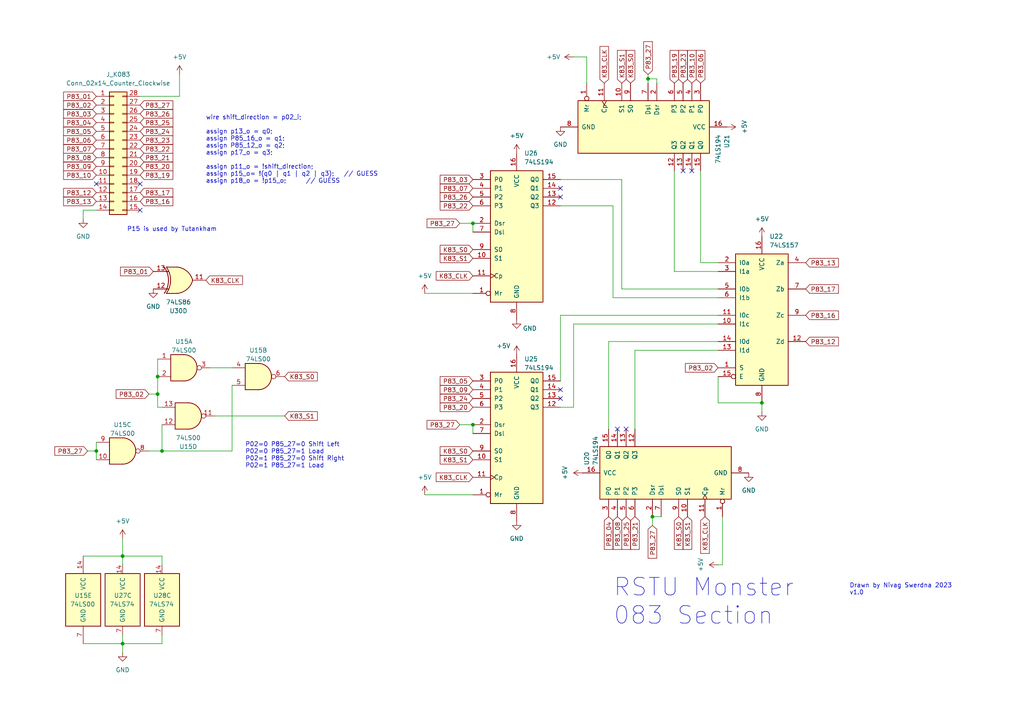
<source format=kicad_sch>
(kicad_sch (version 20230121) (generator eeschema)
  (paper "A4")
  (lib_symbols
    (symbol "74xx:74LS00" (pin_names (offset 1.016))
      (property "Reference" "U" (at 0 1.27 0))
      (property "Value" "74LS00" (at 0 -1.27 0))
      (symbol "74LS00_1_1"
        (arc (start 0 -3.81) (mid 3.7934 0) (end 0 3.81) (stroke (width 0.254)) (fill (type background)))
        (polyline (pts (xy 0 3.81) (xy -3.81 3.81) (xy -3.81 -3.81) (xy 0 -3.81)) (stroke (width 0.254)) (fill (type background)))
        (pin input line (at -7.62 2.54 0) (length 3.81) (name "~") (number "1"))
        (pin input line (at -7.62 -2.54 0) (length 3.81) (name "~") (number "2"))
        (pin output inverted (at 7.62 0 180) (length 3.81) (name "~") (number "3"))
      )
      (symbol "74LS00_1_2"
        (arc (start -3.81 -3.81) (mid -2.589 0) (end -3.81 3.81) (stroke (width 0.254)))
        (arc (start -0.6096 -3.81) (mid 2.1842 -2.5851) (end 3.81 0) (stroke (width 0.254)) (fill (type background)))
        (polyline (pts (xy -3.81 -3.81) (xy -0.635 -3.81)) (stroke (width 0.254)) (fill (type background)))
        (polyline (pts (xy -3.81 3.81) (xy -0.635 3.81)) (stroke (width 0.254)) (fill (type background)))
        (polyline (pts (xy -0.635 3.81) (xy -3.81 3.81) (xy -3.81 3.81) (xy -3.556 3.4036) (xy -3.0226 2.2606) (xy -2.6924 1.0414) (xy -2.6162 -0.254) (xy -2.7686 -1.4986) (xy -3.175 -2.7178) (xy -3.81 -3.81) (xy -3.81 -3.81) (xy -0.635 -3.81)) (stroke (width -25.4)) (fill (type background)))
        (arc (start 3.81 0) (mid 2.1915 2.5936) (end -0.6096 3.81) (stroke (width 0.254)) (fill (type background)))
        (pin input inverted (at -7.62 2.54 0) (length 4.318) (name "~") (number "1"))
        (pin input inverted (at -7.62 -2.54 0) (length 4.318) (name "~") (number "2"))
        (pin output line (at 7.62 0 180) (length 3.81) (name "~") (number "3"))
      )
      (symbol "74LS00_2_1"
        (arc (start 0 -3.81) (mid 3.7934 0) (end 0 3.81) (stroke (width 0.254)) (fill (type background)))
        (polyline (pts (xy 0 3.81) (xy -3.81 3.81) (xy -3.81 -3.81) (xy 0 -3.81)) (stroke (width 0.254)) (fill (type background)))
        (pin input line (at -7.62 2.54 0) (length 3.81) (name "~") (number "4"))
        (pin input line (at -7.62 -2.54 0) (length 3.81) (name "~") (number "5"))
        (pin output inverted (at 7.62 0 180) (length 3.81) (name "~") (number "6"))
      )
      (symbol "74LS00_2_2"
        (arc (start -3.81 -3.81) (mid -2.589 0) (end -3.81 3.81) (stroke (width 0.254)))
        (arc (start -0.6096 -3.81) (mid 2.1842 -2.5851) (end 3.81 0) (stroke (width 0.254)) (fill (type background)))
        (polyline (pts (xy -3.81 -3.81) (xy -0.635 -3.81)) (stroke (width 0.254)) (fill (type background)))
        (polyline (pts (xy -3.81 3.81) (xy -0.635 3.81)) (stroke (width 0.254)) (fill (type background)))
        (polyline (pts (xy -0.635 3.81) (xy -3.81 3.81) (xy -3.81 3.81) (xy -3.556 3.4036) (xy -3.0226 2.2606) (xy -2.6924 1.0414) (xy -2.6162 -0.254) (xy -2.7686 -1.4986) (xy -3.175 -2.7178) (xy -3.81 -3.81) (xy -3.81 -3.81) (xy -0.635 -3.81)) (stroke (width -25.4)) (fill (type background)))
        (arc (start 3.81 0) (mid 2.1915 2.5936) (end -0.6096 3.81) (stroke (width 0.254)) (fill (type background)))
        (pin input inverted (at -7.62 2.54 0) (length 4.318) (name "~") (number "4"))
        (pin input inverted (at -7.62 -2.54 0) (length 4.318) (name "~") (number "5"))
        (pin output line (at 7.62 0 180) (length 3.81) (name "~") (number "6"))
      )
      (symbol "74LS00_3_1"
        (arc (start 0 -3.81) (mid 3.7934 0) (end 0 3.81) (stroke (width 0.254)) (fill (type background)))
        (polyline (pts (xy 0 3.81) (xy -3.81 3.81) (xy -3.81 -3.81) (xy 0 -3.81)) (stroke (width 0.254)) (fill (type background)))
        (pin input line (at -7.62 -2.54 0) (length 3.81) (name "~") (number "10"))
        (pin output inverted (at 7.62 0 180) (length 3.81) (name "~") (number "8"))
        (pin input line (at -7.62 2.54 0) (length 3.81) (name "~") (number "9"))
      )
      (symbol "74LS00_3_2"
        (arc (start -3.81 -3.81) (mid -2.589 0) (end -3.81 3.81) (stroke (width 0.254)))
        (arc (start -0.6096 -3.81) (mid 2.1842 -2.5851) (end 3.81 0) (stroke (width 0.254)) (fill (type background)))
        (polyline (pts (xy -3.81 -3.81) (xy -0.635 -3.81)) (stroke (width 0.254)) (fill (type background)))
        (polyline (pts (xy -3.81 3.81) (xy -0.635 3.81)) (stroke (width 0.254)) (fill (type background)))
        (polyline (pts (xy -0.635 3.81) (xy -3.81 3.81) (xy -3.81 3.81) (xy -3.556 3.4036) (xy -3.0226 2.2606) (xy -2.6924 1.0414) (xy -2.6162 -0.254) (xy -2.7686 -1.4986) (xy -3.175 -2.7178) (xy -3.81 -3.81) (xy -3.81 -3.81) (xy -0.635 -3.81)) (stroke (width -25.4)) (fill (type background)))
        (arc (start 3.81 0) (mid 2.1915 2.5936) (end -0.6096 3.81) (stroke (width 0.254)) (fill (type background)))
        (pin input inverted (at -7.62 -2.54 0) (length 4.318) (name "~") (number "10"))
        (pin output line (at 7.62 0 180) (length 3.81) (name "~") (number "8"))
        (pin input inverted (at -7.62 2.54 0) (length 4.318) (name "~") (number "9"))
      )
      (symbol "74LS00_4_1"
        (arc (start 0 -3.81) (mid 3.7934 0) (end 0 3.81) (stroke (width 0.254)) (fill (type background)))
        (polyline (pts (xy 0 3.81) (xy -3.81 3.81) (xy -3.81 -3.81) (xy 0 -3.81)) (stroke (width 0.254)) (fill (type background)))
        (pin output inverted (at 7.62 0 180) (length 3.81) (name "~") (number "11"))
        (pin input line (at -7.62 2.54 0) (length 3.81) (name "~") (number "12"))
        (pin input line (at -7.62 -2.54 0) (length 3.81) (name "~") (number "13"))
      )
      (symbol "74LS00_4_2"
        (arc (start -3.81 -3.81) (mid -2.589 0) (end -3.81 3.81) (stroke (width 0.254)))
        (arc (start -0.6096 -3.81) (mid 2.1842 -2.5851) (end 3.81 0) (stroke (width 0.254)) (fill (type background)))
        (polyline (pts (xy -3.81 -3.81) (xy -0.635 -3.81)) (stroke (width 0.254)) (fill (type background)))
        (polyline (pts (xy -3.81 3.81) (xy -0.635 3.81)) (stroke (width 0.254)) (fill (type background)))
        (polyline (pts (xy -0.635 3.81) (xy -3.81 3.81) (xy -3.81 3.81) (xy -3.556 3.4036) (xy -3.0226 2.2606) (xy -2.6924 1.0414) (xy -2.6162 -0.254) (xy -2.7686 -1.4986) (xy -3.175 -2.7178) (xy -3.81 -3.81) (xy -3.81 -3.81) (xy -0.635 -3.81)) (stroke (width -25.4)) (fill (type background)))
        (arc (start 3.81 0) (mid 2.1915 2.5936) (end -0.6096 3.81) (stroke (width 0.254)) (fill (type background)))
        (pin output line (at 7.62 0 180) (length 3.81) (name "~") (number "11"))
        (pin input inverted (at -7.62 2.54 0) (length 4.318) (name "~") (number "12"))
        (pin input inverted (at -7.62 -2.54 0) (length 4.318) (name "~") (number "13"))
      )
      (symbol "74LS00_5_0"
        (pin power_in line (at 0 12.7 270) (length 5.08) (name "VCC") (number "14"))
        (pin power_in line (at 0 -12.7 90) (length 5.08) (name "GND") (number "7"))
      )
      (symbol "74LS00_5_1"
        (rectangle (start -5.08 7.62) (end 5.08 -7.62) (stroke (width 0.254)) (fill (type background)))
      )
    )
    (symbol "74xx:74LS157" (pin_names (offset 1.016))
      (property "Reference" "U" (at -7.62 19.05 0))
      (property "Value" "74LS157" (at -7.62 -21.59 0))
      (symbol "74LS157_1_0"
        (pin input line (at -12.7 -15.24 0) (length 5.08) (name "S") (number "1"))
        (pin input line (at -12.7 -2.54 0) (length 5.08) (name "I1c") (number "10"))
        (pin input line (at -12.7 0 0) (length 5.08) (name "I0c") (number "11"))
        (pin output line (at 12.7 -7.62 180) (length 5.08) (name "Zd") (number "12"))
        (pin input line (at -12.7 -10.16 0) (length 5.08) (name "I1d") (number "13"))
        (pin input line (at -12.7 -7.62 0) (length 5.08) (name "I0d") (number "14"))
        (pin input inverted (at -12.7 -17.78 0) (length 5.08) (name "E") (number "15"))
        (pin power_in line (at 0 22.86 270) (length 5.08) (name "VCC") (number "16"))
        (pin input line (at -12.7 15.24 0) (length 5.08) (name "I0a") (number "2"))
        (pin input line (at -12.7 12.7 0) (length 5.08) (name "I1a") (number "3"))
        (pin output line (at 12.7 15.24 180) (length 5.08) (name "Za") (number "4"))
        (pin input line (at -12.7 7.62 0) (length 5.08) (name "I0b") (number "5"))
        (pin input line (at -12.7 5.08 0) (length 5.08) (name "I1b") (number "6"))
        (pin output line (at 12.7 7.62 180) (length 5.08) (name "Zb") (number "7"))
        (pin power_in line (at 0 -25.4 90) (length 5.08) (name "GND") (number "8"))
        (pin output line (at 12.7 0 180) (length 5.08) (name "Zc") (number "9"))
      )
      (symbol "74LS157_1_1"
        (rectangle (start -7.62 17.78) (end 7.62 -20.32) (stroke (width 0.254)) (fill (type background)))
      )
    )
    (symbol "74xx:74LS194" (pin_names (offset 1.016))
      (property "Reference" "U" (at -7.62 19.05 0))
      (property "Value" "74LS194" (at -7.62 -21.59 0))
      (symbol "74LS194_1_0"
        (pin input inverted (at -12.7 -17.78 0) (length 5.08) (name "Mr") (number "1"))
        (pin input line (at -12.7 -7.62 0) (length 5.08) (name "S1") (number "10"))
        (pin input clock (at -12.7 -12.7 0) (length 5.08) (name "Cp") (number "11"))
        (pin output line (at 12.7 7.62 180) (length 5.08) (name "Q3") (number "12"))
        (pin output line (at 12.7 10.16 180) (length 5.08) (name "Q2") (number "13"))
        (pin output line (at 12.7 12.7 180) (length 5.08) (name "Q1") (number "14"))
        (pin output line (at 12.7 15.24 180) (length 5.08) (name "Q0") (number "15"))
        (pin power_in line (at 0 22.86 270) (length 5.08) (name "VCC") (number "16"))
        (pin input line (at -12.7 2.54 0) (length 5.08) (name "Dsr") (number "2"))
        (pin input line (at -12.7 15.24 0) (length 5.08) (name "P0") (number "3"))
        (pin input line (at -12.7 12.7 0) (length 5.08) (name "P1") (number "4"))
        (pin input line (at -12.7 10.16 0) (length 5.08) (name "P2") (number "5"))
        (pin input line (at -12.7 7.62 0) (length 5.08) (name "P3") (number "6"))
        (pin input line (at -12.7 0 0) (length 5.08) (name "Dsl") (number "7"))
        (pin power_in line (at 0 -25.4 90) (length 5.08) (name "GND") (number "8"))
        (pin input line (at -12.7 -5.08 0) (length 5.08) (name "S0") (number "9"))
      )
      (symbol "74LS194_1_1"
        (rectangle (start -7.62 17.78) (end 7.62 -20.32) (stroke (width 0.254)) (fill (type background)))
      )
    )
    (symbol "74xx:74LS74" (pin_names (offset 1.016))
      (property "Reference" "U" (at -7.62 8.89 0))
      (property "Value" "74LS74" (at -7.62 -8.89 0))
      (symbol "74LS74_1_0"
        (pin input line (at 0 -7.62 90) (length 2.54) (name "~{R}") (number "1"))
        (pin input line (at -7.62 2.54 0) (length 2.54) (name "D") (number "2"))
        (pin input clock (at -7.62 0 0) (length 2.54) (name "C") (number "3"))
        (pin input line (at 0 7.62 270) (length 2.54) (name "~{S}") (number "4"))
        (pin output line (at 7.62 2.54 180) (length 2.54) (name "Q") (number "5"))
        (pin output line (at 7.62 -2.54 180) (length 2.54) (name "~{Q}") (number "6"))
      )
      (symbol "74LS74_1_1"
        (rectangle (start -5.08 5.08) (end 5.08 -5.08) (stroke (width 0.254)) (fill (type background)))
      )
      (symbol "74LS74_2_0"
        (pin input line (at 0 7.62 270) (length 2.54) (name "~{S}") (number "10"))
        (pin input clock (at -7.62 0 0) (length 2.54) (name "C") (number "11"))
        (pin input line (at -7.62 2.54 0) (length 2.54) (name "D") (number "12"))
        (pin input line (at 0 -7.62 90) (length 2.54) (name "~{R}") (number "13"))
        (pin output line (at 7.62 -2.54 180) (length 2.54) (name "~{Q}") (number "8"))
        (pin output line (at 7.62 2.54 180) (length 2.54) (name "Q") (number "9"))
      )
      (symbol "74LS74_2_1"
        (rectangle (start -5.08 5.08) (end 5.08 -5.08) (stroke (width 0.254)) (fill (type background)))
      )
      (symbol "74LS74_3_0"
        (pin power_in line (at 0 10.16 270) (length 2.54) (name "VCC") (number "14"))
        (pin power_in line (at 0 -10.16 90) (length 2.54) (name "GND") (number "7"))
      )
      (symbol "74LS74_3_1"
        (rectangle (start -5.08 7.62) (end 5.08 -7.62) (stroke (width 0.254)) (fill (type background)))
      )
    )
    (symbol "74xx:74LS86" (pin_names (offset 1.016))
      (property "Reference" "U" (at 0 1.27 0))
      (property "Value" "74LS86" (at 0 -1.27 0))
      (symbol "74LS86_1_0"
        (arc (start -4.4196 -3.81) (mid -3.2033 0) (end -4.4196 3.81) (stroke (width 0.254)))
        (arc (start -3.81 -3.81) (mid -2.589 0) (end -3.81 3.81) (stroke (width 0.254)))
        (arc (start -0.6096 -3.81) (mid 2.1842 -2.5851) (end 3.81 0) (stroke (width 0.254)) (fill (type background)))
        (polyline (pts (xy -3.81 -3.81) (xy -0.635 -3.81)) (stroke (width 0.254)) (fill (type background)))
        (polyline (pts (xy -3.81 3.81) (xy -0.635 3.81)) (stroke (width 0.254)) (fill (type background)))
        (polyline (pts (xy -0.635 3.81) (xy -3.81 3.81) (xy -3.81 3.81) (xy -3.556 3.4036) (xy -3.0226 2.2606) (xy -2.6924 1.0414) (xy -2.6162 -0.254) (xy -2.7686 -1.4986) (xy -3.175 -2.7178) (xy -3.81 -3.81) (xy -3.81 -3.81) (xy -0.635 -3.81)) (stroke (width -25.4)) (fill (type background)))
        (arc (start 3.81 0) (mid 2.1915 2.5936) (end -0.6096 3.81) (stroke (width 0.254)) (fill (type background)))
        (pin input line (at -7.62 2.54 0) (length 4.445) (name "~") (number "1"))
        (pin input line (at -7.62 -2.54 0) (length 4.445) (name "~") (number "2"))
        (pin output line (at 7.62 0 180) (length 3.81) (name "~") (number "3"))
      )
      (symbol "74LS86_1_1"
        (polyline (pts (xy -3.81 -2.54) (xy -3.175 -2.54)) (stroke (width 0.1524)))
        (polyline (pts (xy -3.81 2.54) (xy -3.175 2.54)) (stroke (width 0.1524)))
      )
      (symbol "74LS86_2_0"
        (arc (start -4.4196 -3.81) (mid -3.2033 0) (end -4.4196 3.81) (stroke (width 0.254)))
        (arc (start -3.81 -3.81) (mid -2.589 0) (end -3.81 3.81) (stroke (width 0.254)))
        (arc (start -0.6096 -3.81) (mid 2.1842 -2.5851) (end 3.81 0) (stroke (width 0.254)) (fill (type background)))
        (polyline (pts (xy -3.81 -3.81) (xy -0.635 -3.81)) (stroke (width 0.254)) (fill (type background)))
        (polyline (pts (xy -3.81 3.81) (xy -0.635 3.81)) (stroke (width 0.254)) (fill (type background)))
        (polyline (pts (xy -0.635 3.81) (xy -3.81 3.81) (xy -3.81 3.81) (xy -3.556 3.4036) (xy -3.0226 2.2606) (xy -2.6924 1.0414) (xy -2.6162 -0.254) (xy -2.7686 -1.4986) (xy -3.175 -2.7178) (xy -3.81 -3.81) (xy -3.81 -3.81) (xy -0.635 -3.81)) (stroke (width -25.4)) (fill (type background)))
        (arc (start 3.81 0) (mid 2.1915 2.5936) (end -0.6096 3.81) (stroke (width 0.254)) (fill (type background)))
        (pin input line (at -7.62 2.54 0) (length 4.445) (name "~") (number "4"))
        (pin input line (at -7.62 -2.54 0) (length 4.445) (name "~") (number "5"))
        (pin output line (at 7.62 0 180) (length 3.81) (name "~") (number "6"))
      )
      (symbol "74LS86_2_1"
        (polyline (pts (xy -3.81 -2.54) (xy -3.175 -2.54)) (stroke (width 0.1524)))
        (polyline (pts (xy -3.81 2.54) (xy -3.175 2.54)) (stroke (width 0.1524)))
      )
      (symbol "74LS86_3_0"
        (arc (start -4.4196 -3.81) (mid -3.2033 0) (end -4.4196 3.81) (stroke (width 0.254)))
        (arc (start -3.81 -3.81) (mid -2.589 0) (end -3.81 3.81) (stroke (width 0.254)))
        (arc (start -0.6096 -3.81) (mid 2.1842 -2.5851) (end 3.81 0) (stroke (width 0.254)) (fill (type background)))
        (polyline (pts (xy -3.81 -3.81) (xy -0.635 -3.81)) (stroke (width 0.254)) (fill (type background)))
        (polyline (pts (xy -3.81 3.81) (xy -0.635 3.81)) (stroke (width 0.254)) (fill (type background)))
        (polyline (pts (xy -0.635 3.81) (xy -3.81 3.81) (xy -3.81 3.81) (xy -3.556 3.4036) (xy -3.0226 2.2606) (xy -2.6924 1.0414) (xy -2.6162 -0.254) (xy -2.7686 -1.4986) (xy -3.175 -2.7178) (xy -3.81 -3.81) (xy -3.81 -3.81) (xy -0.635 -3.81)) (stroke (width -25.4)) (fill (type background)))
        (arc (start 3.81 0) (mid 2.1915 2.5936) (end -0.6096 3.81) (stroke (width 0.254)) (fill (type background)))
        (pin input line (at -7.62 -2.54 0) (length 4.445) (name "~") (number "10"))
        (pin output line (at 7.62 0 180) (length 3.81) (name "~") (number "8"))
        (pin input line (at -7.62 2.54 0) (length 4.445) (name "~") (number "9"))
      )
      (symbol "74LS86_3_1"
        (polyline (pts (xy -3.81 -2.54) (xy -3.175 -2.54)) (stroke (width 0.1524)))
        (polyline (pts (xy -3.81 2.54) (xy -3.175 2.54)) (stroke (width 0.1524)))
      )
      (symbol "74LS86_4_0"
        (arc (start -4.4196 -3.81) (mid -3.2033 0) (end -4.4196 3.81) (stroke (width 0.254)))
        (arc (start -3.81 -3.81) (mid -2.589 0) (end -3.81 3.81) (stroke (width 0.254)))
        (arc (start -0.6096 -3.81) (mid 2.1842 -2.5851) (end 3.81 0) (stroke (width 0.254)) (fill (type background)))
        (polyline (pts (xy -3.81 -3.81) (xy -0.635 -3.81)) (stroke (width 0.254)) (fill (type background)))
        (polyline (pts (xy -3.81 3.81) (xy -0.635 3.81)) (stroke (width 0.254)) (fill (type background)))
        (polyline (pts (xy -0.635 3.81) (xy -3.81 3.81) (xy -3.81 3.81) (xy -3.556 3.4036) (xy -3.0226 2.2606) (xy -2.6924 1.0414) (xy -2.6162 -0.254) (xy -2.7686 -1.4986) (xy -3.175 -2.7178) (xy -3.81 -3.81) (xy -3.81 -3.81) (xy -0.635 -3.81)) (stroke (width -25.4)) (fill (type background)))
        (arc (start 3.81 0) (mid 2.1915 2.5936) (end -0.6096 3.81) (stroke (width 0.254)) (fill (type background)))
        (pin output line (at 7.62 0 180) (length 3.81) (name "~") (number "11"))
        (pin input line (at -7.62 2.54 0) (length 4.445) (name "~") (number "12"))
        (pin input line (at -7.62 -2.54 0) (length 4.445) (name "~") (number "13"))
      )
      (symbol "74LS86_4_1"
        (polyline (pts (xy -3.81 -2.54) (xy -3.175 -2.54)) (stroke (width 0.1524)))
        (polyline (pts (xy -3.81 2.54) (xy -3.175 2.54)) (stroke (width 0.1524)))
      )
      (symbol "74LS86_5_0"
        (pin power_in line (at 0 12.7 270) (length 5.08) (name "VCC") (number "14"))
        (pin power_in line (at 0 -12.7 90) (length 5.08) (name "GND") (number "7"))
      )
      (symbol "74LS86_5_1"
        (rectangle (start -5.08 7.62) (end 5.08 -7.62) (stroke (width 0.254)) (fill (type background)))
      )
    )
    (symbol "Connector_Generic:Conn_02x14_Counter_Clockwise" (pin_names (offset 1.016) hide)
      (property "Reference" "J" (at 1.27 17.78 0))
      (property "Value" "Conn_02x14_Counter_Clockwise" (at 1.27 -20.32 0))
      (symbol "Conn_02x14_Counter_Clockwise_1_1"
        (rectangle (start -1.27 -17.653) (end 0 -17.907) (stroke (width 0.1524)))
        (rectangle (start -1.27 -15.113) (end 0 -15.367) (stroke (width 0.1524)))
        (rectangle (start -1.27 -12.573) (end 0 -12.827) (stroke (width 0.1524)))
        (rectangle (start -1.27 -10.033) (end 0 -10.287) (stroke (width 0.1524)))
        (rectangle (start -1.27 -7.493) (end 0 -7.747) (stroke (width 0.1524)))
        (rectangle (start -1.27 -4.953) (end 0 -5.207) (stroke (width 0.1524)))
        (rectangle (start -1.27 -2.413) (end 0 -2.667) (stroke (width 0.1524)))
        (rectangle (start -1.27 0.127) (end 0 -0.127) (stroke (width 0.1524)))
        (rectangle (start -1.27 2.667) (end 0 2.413) (stroke (width 0.1524)))
        (rectangle (start -1.27 5.207) (end 0 4.953) (stroke (width 0.1524)))
        (rectangle (start -1.27 7.747) (end 0 7.493) (stroke (width 0.1524)))
        (rectangle (start -1.27 10.287) (end 0 10.033) (stroke (width 0.1524)))
        (rectangle (start -1.27 12.827) (end 0 12.573) (stroke (width 0.1524)))
        (rectangle (start -1.27 15.367) (end 0 15.113) (stroke (width 0.1524)))
        (rectangle (start -1.27 16.51) (end 3.81 -19.05) (stroke (width 0.254)) (fill (type background)))
        (rectangle (start 3.81 -17.653) (end 2.54 -17.907) (stroke (width 0.1524)))
        (rectangle (start 3.81 -15.113) (end 2.54 -15.367) (stroke (width 0.1524)))
        (rectangle (start 3.81 -12.573) (end 2.54 -12.827) (stroke (width 0.1524)))
        (rectangle (start 3.81 -10.033) (end 2.54 -10.287) (stroke (width 0.1524)))
        (rectangle (start 3.81 -7.493) (end 2.54 -7.747) (stroke (width 0.1524)))
        (rectangle (start 3.81 -4.953) (end 2.54 -5.207) (stroke (width 0.1524)))
        (rectangle (start 3.81 -2.413) (end 2.54 -2.667) (stroke (width 0.1524)))
        (rectangle (start 3.81 0.127) (end 2.54 -0.127) (stroke (width 0.1524)))
        (rectangle (start 3.81 2.667) (end 2.54 2.413) (stroke (width 0.1524)))
        (rectangle (start 3.81 5.207) (end 2.54 4.953) (stroke (width 0.1524)))
        (rectangle (start 3.81 7.747) (end 2.54 7.493) (stroke (width 0.1524)))
        (rectangle (start 3.81 10.287) (end 2.54 10.033) (stroke (width 0.1524)))
        (rectangle (start 3.81 12.827) (end 2.54 12.573) (stroke (width 0.1524)))
        (rectangle (start 3.81 15.367) (end 2.54 15.113) (stroke (width 0.1524)))
        (pin passive line (at -5.08 15.24 0) (length 3.81) (name "Pin_1") (number "1"))
        (pin passive line (at -5.08 -7.62 0) (length 3.81) (name "Pin_10") (number "10"))
        (pin passive line (at -5.08 -10.16 0) (length 3.81) (name "Pin_11") (number "11"))
        (pin passive line (at -5.08 -12.7 0) (length 3.81) (name "Pin_12") (number "12"))
        (pin passive line (at -5.08 -15.24 0) (length 3.81) (name "Pin_13") (number "13"))
        (pin passive line (at -5.08 -17.78 0) (length 3.81) (name "Pin_14") (number "14"))
        (pin passive line (at 7.62 -17.78 180) (length 3.81) (name "Pin_15") (number "15"))
        (pin passive line (at 7.62 -15.24 180) (length 3.81) (name "Pin_16") (number "16"))
        (pin passive line (at 7.62 -12.7 180) (length 3.81) (name "Pin_17") (number "17"))
        (pin passive line (at 7.62 -10.16 180) (length 3.81) (name "Pin_18") (number "18"))
        (pin passive line (at 7.62 -7.62 180) (length 3.81) (name "Pin_19") (number "19"))
        (pin passive line (at -5.08 12.7 0) (length 3.81) (name "Pin_2") (number "2"))
        (pin passive line (at 7.62 -5.08 180) (length 3.81) (name "Pin_20") (number "20"))
        (pin passive line (at 7.62 -2.54 180) (length 3.81) (name "Pin_21") (number "21"))
        (pin passive line (at 7.62 0 180) (length 3.81) (name "Pin_22") (number "22"))
        (pin passive line (at 7.62 2.54 180) (length 3.81) (name "Pin_23") (number "23"))
        (pin passive line (at 7.62 5.08 180) (length 3.81) (name "Pin_24") (number "24"))
        (pin passive line (at 7.62 7.62 180) (length 3.81) (name "Pin_25") (number "25"))
        (pin passive line (at 7.62 10.16 180) (length 3.81) (name "Pin_26") (number "26"))
        (pin passive line (at 7.62 12.7 180) (length 3.81) (name "Pin_27") (number "27"))
        (pin passive line (at 7.62 15.24 180) (length 3.81) (name "Pin_28") (number "28"))
        (pin passive line (at -5.08 10.16 0) (length 3.81) (name "Pin_3") (number "3"))
        (pin passive line (at -5.08 7.62 0) (length 3.81) (name "Pin_4") (number "4"))
        (pin passive line (at -5.08 5.08 0) (length 3.81) (name "Pin_5") (number "5"))
        (pin passive line (at -5.08 2.54 0) (length 3.81) (name "Pin_6") (number "6"))
        (pin passive line (at -5.08 0 0) (length 3.81) (name "Pin_7") (number "7"))
        (pin passive line (at -5.08 -2.54 0) (length 3.81) (name "Pin_8") (number "8"))
        (pin passive line (at -5.08 -5.08 0) (length 3.81) (name "Pin_9") (number "9"))
      )
    )
    (symbol "power:+5V" (power) (pin_names (offset 0))
      (property "Value" "+5V" (at 0 3.556 0))
      (symbol "+5V_0_1"
        (polyline (pts (xy -0.762 1.27) (xy 0 2.54)))
        (polyline (pts (xy 0 0) (xy 0 2.54)))
        (polyline (pts (xy 0 2.54) (xy 0.762 1.27)))
      )
      (symbol "+5V_1_1"
        (pin power_in line (at 0 0 90) (length 0) hide (name "+5V") (number "1"))
      )
    )
    (symbol "power:GND" (power) (pin_names (offset 0))
      (property "Value" "GND" (at 0 -3.81 0))
      (symbol "GND_0_1"
        (polyline (pts (xy 0 0) (xy 0 -1.27) (xy 1.27 -1.27) (xy 0 -2.54) (xy -1.27 -1.27) (xy 0 -1.27)))
      )
      (symbol "GND_1_1"
        (pin power_in line (at 0 0 270) (length 0) hide (name "GND") (number "1"))
      )
    )
  )
  (junction (at 46.99 130.81))
  (junction (at 45.72 114.3))
  (junction (at 35.56 186.69))
  (junction (at 220.98 116.84))
  (junction (at 27.94 130.81))
  (junction (at 35.56 161.29))
  (junction (at 189.23 149.86))
  (junction (at 45.72 109.22))
  (junction (at 187.96 22.86))
  (junction (at 137.16 123.19))
  (junction (at 137.16 64.77))
  (no_connect (at 198.12 49.53))
  (no_connect (at 181.61 124.46))
  (no_connect (at 179.07 124.46))
  (no_connect (at 40.64 53.34))
  (no_connect (at 27.94 53.34))
  (no_connect (at 162.56 57.15))
  (no_connect (at 200.66 49.53))
  (no_connect (at 162.56 54.61))
  (no_connect (at 162.56 115.57))
  (no_connect (at 162.56 113.03))
  (no_connect (at 40.64 60.96))
  (wire (pts (xy 46.99 186.69) (xy 46.99 184.15)))
  (wire (pts (xy 45.72 118.11) (xy 45.72 114.3)))
  (wire (pts (xy 46.99 161.29) (xy 46.99 163.83)))
  (wire (pts (xy 190.5 22.86) (xy 187.96 22.86)))
  (wire (pts (xy 60.96 106.68) (xy 67.31 106.68)))
  (wire (pts (xy 27.94 60.96) (xy 24.13 60.96)))
  (wire (pts (xy 203.2 76.2) (xy 208.28 76.2)))
  (wire (pts (xy 46.99 118.11) (xy 45.72 118.11)))
  (wire (pts (xy 46.99 123.19) (xy 46.99 130.81)))
  (wire (pts (xy 180.34 52.07) (xy 180.34 83.82)))
  (wire (pts (xy 45.72 114.3) (xy 45.72 109.22)))
  (wire (pts (xy 166.37 93.98) (xy 208.28 93.98)))
  (wire (pts (xy 52.07 27.94) (xy 52.07 21.59)))
  (wire (pts (xy 43.18 114.3) (xy 45.72 114.3)))
  (wire (pts (xy 220.98 119.38) (xy 220.98 116.84)))
  (wire (pts (xy 176.53 99.06) (xy 208.28 99.06)))
  (wire (pts (xy 176.53 124.46) (xy 176.53 99.06)))
  (wire (pts (xy 162.56 118.11) (xy 166.37 118.11)))
  (wire (pts (xy 45.72 104.14) (xy 45.72 109.22)))
  (wire (pts (xy 133.35 64.77) (xy 137.16 64.77)))
  (wire (pts (xy 40.64 27.94) (xy 52.07 27.94)))
  (wire (pts (xy 184.15 101.6) (xy 184.15 124.46)))
  (wire (pts (xy 177.8 59.69) (xy 177.8 86.36)))
  (wire (pts (xy 190.5 24.13) (xy 190.5 22.86)))
  (wire (pts (xy 177.8 86.36) (xy 208.28 86.36)))
  (wire (pts (xy 170.18 16.51) (xy 166.37 16.51)))
  (wire (pts (xy 46.99 130.81) (xy 43.18 130.81)))
  (wire (pts (xy 209.55 163.83) (xy 208.28 163.83)))
  (wire (pts (xy 208.28 83.82) (xy 180.34 83.82)))
  (wire (pts (xy 27.94 130.81) (xy 27.94 133.35)))
  (wire (pts (xy 189.23 149.86) (xy 191.77 149.86)))
  (wire (pts (xy 203.2 49.53) (xy 203.2 76.2)))
  (wire (pts (xy 208.28 109.22) (xy 208.28 116.84)))
  (wire (pts (xy 24.13 161.29) (xy 35.56 161.29)))
  (wire (pts (xy 162.56 110.49) (xy 162.56 91.44)))
  (wire (pts (xy 137.16 123.19) (xy 137.16 125.73)))
  (wire (pts (xy 24.13 60.96) (xy 24.13 63.5)))
  (wire (pts (xy 133.35 123.19) (xy 137.16 123.19)))
  (wire (pts (xy 35.56 161.29) (xy 46.99 161.29)))
  (wire (pts (xy 67.31 111.76) (xy 67.31 130.81)))
  (wire (pts (xy 208.28 116.84) (xy 220.98 116.84)))
  (wire (pts (xy 27.94 128.27) (xy 27.94 130.81)))
  (wire (pts (xy 209.55 149.86) (xy 209.55 163.83)))
  (wire (pts (xy 35.56 186.69) (xy 46.99 186.69)))
  (wire (pts (xy 67.31 130.81) (xy 46.99 130.81)))
  (wire (pts (xy 187.96 21.59) (xy 187.96 22.86)))
  (wire (pts (xy 170.18 24.13) (xy 170.18 16.51)))
  (wire (pts (xy 24.13 186.69) (xy 35.56 186.69)))
  (wire (pts (xy 35.56 161.29) (xy 35.56 163.83)))
  (wire (pts (xy 166.37 118.11) (xy 166.37 93.98)))
  (wire (pts (xy 184.15 101.6) (xy 208.28 101.6)))
  (wire (pts (xy 123.19 143.51) (xy 137.16 143.51)))
  (wire (pts (xy 123.19 85.09) (xy 137.16 85.09)))
  (wire (pts (xy 195.58 49.53) (xy 195.58 78.74)))
  (wire (pts (xy 195.58 78.74) (xy 208.28 78.74)))
  (wire (pts (xy 162.56 91.44) (xy 208.28 91.44)))
  (wire (pts (xy 35.56 156.21) (xy 35.56 161.29)))
  (wire (pts (xy 187.96 22.86) (xy 187.96 24.13)))
  (wire (pts (xy 82.55 120.65) (xy 62.23 120.65)))
  (wire (pts (xy 137.16 64.77) (xy 137.16 67.31)))
  (wire (pts (xy 25.4 130.81) (xy 27.94 130.81)))
  (wire (pts (xy 35.56 186.69) (xy 35.56 189.23)))
  (wire (pts (xy 189.23 149.86) (xy 189.23 152.4)))
  (wire (pts (xy 180.34 52.07) (xy 162.56 52.07)))
  (wire (pts (xy 162.56 59.69) (xy 177.8 59.69)))
  (wire (pts (xy 35.56 184.15) (xy 35.56 186.69)))
  (text "RSTU Monster\n083 Section" (at 177.8 181.61 0) (effects (font (size 5.08 5.08)) (justify left bottom)))
  (text "P02=0 P85_27=0 Shift Left\nP02=0 P85_27=1 Load\nP02=1 P85_27=0 Shift Right\nP02=1 P85_27=1 Load\n" (at 71.12 135.89 0) (effects (font (size 1.27 1.27)) (justify left bottom)))
  (text "Drawn by Nivag Swerdna 2023\nv1.0" (at 246.38 172.72 0) (effects (font (size 1.27 1.27)) (justify left bottom)))
  (text "wire shift_direction = p02_i;\n \nassign p13_o = q0;\nassign P85_16_o = q1;\nassign P85_12_o = q2;\nassign p17_o = q3;\n \nassign p11_o = !shift_direction;\nassign p15_o= !(q0 | q1 | q2 | q3);   // GUESS\nassign p18_o = !p15_o;      // GUESS" (at 59.69 53.34 0) (effects (font (size 1.27 1.27)) (justify left bottom)))
  (text "P15 is used by Tutankham" (at 36.83 67.31 0) (effects (font (size 1.27 1.27)) (justify left bottom)))
  (global_label "P83_16" (shape input) (at 40.64 58.42 0) (property "Intersheetrefs" "${INTERSHEET_REFS}" (effects hide)))
  (global_label "P83_12" (shape input) (at 27.94 55.88 180) (property "Intersheetrefs" "${INTERSHEET_REFS}" (effects hide)))
  (global_label "K83_S1" (shape input) (at 137.16 74.93 180) (property "Intersheetrefs" "${INTERSHEET_REFS}" (effects hide)))
  (global_label "K83_S1" (shape input) (at 180.34 24.13 90) (property "Intersheetrefs" "${INTERSHEET_REFS}" (effects hide)))
  (global_label "K83_CLK" (shape input) (at 137.16 138.43 180) (property "Intersheetrefs" "${INTERSHEET_REFS}" (effects hide)))
  (global_label "P83_05" (shape input) (at 27.94 38.1 180) (property "Intersheetrefs" "${INTERSHEET_REFS}" (effects hide)))
  (global_label "P83_17" (shape input) (at 40.64 55.88 0) (property "Intersheetrefs" "${INTERSHEET_REFS}" (effects hide)))
  (global_label "P83_19" (shape input) (at 40.64 50.8 0) (property "Intersheetrefs" "${INTERSHEET_REFS}" (effects hide)))
  (global_label "K83_CLK" (shape input) (at 59.69 81.28 0) (property "Intersheetrefs" "${INTERSHEET_REFS}" (effects hide)))
  (global_label "P83_02" (shape input) (at 27.94 30.48 180) (property "Intersheetrefs" "${INTERSHEET_REFS}" (effects hide)))
  (global_label "K83_CLK" (shape input) (at 204.47 149.86 270) (property "Intersheetrefs" "${INTERSHEET_REFS}" (effects hide)))
  (global_label "P83_25" (shape input) (at 181.61 149.86 270) (property "Intersheetrefs" "${INTERSHEET_REFS}" (effects hide)))
  (global_label "P83_10" (shape input) (at 27.94 50.8 180) (property "Intersheetrefs" "${INTERSHEET_REFS}" (effects hide)))
  (global_label "P83_13" (shape input) (at 27.94 58.42 180) (property "Intersheetrefs" "${INTERSHEET_REFS}" (effects hide)))
  (global_label "P83_10" (shape input) (at 200.66 24.13 90) (property "Intersheetrefs" "${INTERSHEET_REFS}" (effects hide)))
  (global_label "P83_20" (shape input) (at 40.64 48.26 0) (property "Intersheetrefs" "${INTERSHEET_REFS}" (effects hide)))
  (global_label "P83_21" (shape input) (at 184.15 149.86 270) (property "Intersheetrefs" "${INTERSHEET_REFS}" (effects hide)))
  (global_label "P83_27" (shape input) (at 40.64 30.48 0) (property "Intersheetrefs" "${INTERSHEET_REFS}" (effects hide)))
  (global_label "P83_27" (shape input) (at 25.4 130.81 180) (property "Intersheetrefs" "${INTERSHEET_REFS}" (effects hide)))
  (global_label "P83_21" (shape input) (at 40.64 45.72 0) (property "Intersheetrefs" "${INTERSHEET_REFS}" (effects hide)))
  (global_label "P83_01" (shape input) (at 27.94 27.94 180) (property "Intersheetrefs" "${INTERSHEET_REFS}" (effects hide)))
  (global_label "P83_22" (shape input) (at 137.16 59.69 180) (property "Intersheetrefs" "${INTERSHEET_REFS}" (effects hide)))
  (global_label "P83_07" (shape input) (at 27.94 43.18 180) (property "Intersheetrefs" "${INTERSHEET_REFS}" (effects hide)))
  (global_label "K83_S1" (shape input) (at 137.16 133.35 180) (property "Intersheetrefs" "${INTERSHEET_REFS}" (effects hide)))
  (global_label "P83_06" (shape input) (at 27.94 40.64 180) (property "Intersheetrefs" "${INTERSHEET_REFS}" (effects hide)))
  (global_label "P83_06" (shape input) (at 203.2 24.13 90) (property "Intersheetrefs" "${INTERSHEET_REFS}" (effects hide)))
  (global_label "K83_S0" (shape input) (at 182.88 24.13 90) (property "Intersheetrefs" "${INTERSHEET_REFS}" (effects hide)))
  (global_label "P83_16" (shape input) (at 233.68 91.44 0) (property "Intersheetrefs" "${INTERSHEET_REFS}" (effects hide)))
  (global_label "K83_S1" (shape input) (at 199.39 149.86 270) (property "Intersheetrefs" "${INTERSHEET_REFS}" (effects hide)))
  (global_label "P83_27" (shape input) (at 133.35 123.19 180) (property "Intersheetrefs" "${INTERSHEET_REFS}" (effects hide)))
  (global_label "P83_08" (shape input) (at 27.94 45.72 180) (property "Intersheetrefs" "${INTERSHEET_REFS}" (effects hide)))
  (global_label "P83_09" (shape input) (at 27.94 48.26 180) (property "Intersheetrefs" "${INTERSHEET_REFS}" (effects hide)))
  (global_label "P83_27" (shape input) (at 187.96 21.59 90) (property "Intersheetrefs" "${INTERSHEET_REFS}" (effects hide)))
  (global_label "P83_03" (shape input) (at 27.94 33.02 180) (property "Intersheetrefs" "${INTERSHEET_REFS}" (effects hide)))
  (global_label "K83_S1" (shape input) (at 82.55 120.65 0) (property "Intersheetrefs" "${INTERSHEET_REFS}" (effects hide)))
  (global_label "K83_S0" (shape input) (at 137.16 72.39 180) (property "Intersheetrefs" "${INTERSHEET_REFS}" (effects hide)))
  (global_label "P83_01" (shape input) (at 44.45 78.74 180) (property "Intersheetrefs" "${INTERSHEET_REFS}" (effects hide)))
  (global_label "P83_26" (shape input) (at 40.64 33.02 0) (property "Intersheetrefs" "${INTERSHEET_REFS}" (effects hide)))
  (global_label "P83_19" (shape input) (at 195.58 24.13 90) (property "Intersheetrefs" "${INTERSHEET_REFS}" (effects hide)))
  (global_label "P83_04" (shape input) (at 27.94 35.56 180) (property "Intersheetrefs" "${INTERSHEET_REFS}" (effects hide)))
  (global_label "P83_23" (shape input) (at 40.64 40.64 0) (property "Intersheetrefs" "${INTERSHEET_REFS}" (effects hide)))
  (global_label "P83_26" (shape input) (at 137.16 57.15 180) (property "Intersheetrefs" "${INTERSHEET_REFS}" (effects hide)))
  (global_label "P83_07" (shape input) (at 137.16 54.61 180) (property "Intersheetrefs" "${INTERSHEET_REFS}" (effects hide)))
  (global_label "P83_13" (shape input) (at 233.68 76.2 0) (property "Intersheetrefs" "${INTERSHEET_REFS}" (effects hide)))
  (global_label "P83_05" (shape input) (at 137.16 110.49 180) (property "Intersheetrefs" "${INTERSHEET_REFS}" (effects hide)))
  (global_label "P83_04" (shape input) (at 176.53 149.86 270) (property "Intersheetrefs" "${INTERSHEET_REFS}" (effects hide)))
  (global_label "K83_CLK" (shape input) (at 137.16 80.01 180) (property "Intersheetrefs" "${INTERSHEET_REFS}" (effects hide)))
  (global_label "K83_S0" (shape input) (at 82.55 109.22 0) (property "Intersheetrefs" "${INTERSHEET_REFS}" (effects hide)))
  (global_label "P83_03" (shape input) (at 137.16 52.07 180) (property "Intersheetrefs" "${INTERSHEET_REFS}" (effects hide)))
  (global_label "P83_20" (shape input) (at 137.16 118.11 180) (property "Intersheetrefs" "${INTERSHEET_REFS}" (effects hide)))
  (global_label "K83_S0" (shape input) (at 137.16 130.81 180) (property "Intersheetrefs" "${INTERSHEET_REFS}" (effects hide)))
  (global_label "P83_02" (shape input) (at 43.18 114.3 180) (property "Intersheetrefs" "${INTERSHEET_REFS}" (effects hide)))
  (global_label "P83_27" (shape input) (at 189.23 152.4 270) (property "Intersheetrefs" "${INTERSHEET_REFS}" (effects hide)))
  (global_label "P83_12" (shape input) (at 233.68 99.06 0) (property "Intersheetrefs" "${INTERSHEET_REFS}" (effects hide)))
  (global_label "K83_CLK" (shape input) (at 175.26 24.13 90) (property "Intersheetrefs" "${INTERSHEET_REFS}" (effects hide)))
  (global_label "P83_24" (shape input) (at 137.16 115.57 180) (property "Intersheetrefs" "${INTERSHEET_REFS}" (effects hide)))
  (global_label "P83_27" (shape input) (at 133.35 64.77 180) (property "Intersheetrefs" "${INTERSHEET_REFS}" (effects hide)))
  (global_label "P83_02" (shape input) (at 208.28 106.68 180) (property "Intersheetrefs" "${INTERSHEET_REFS}" (effects hide)))
  (global_label "P83_09" (shape input) (at 137.16 113.03 180) (property "Intersheetrefs" "${INTERSHEET_REFS}" (effects hide)))
  (global_label "K83_S0" (shape input) (at 196.85 149.86 270) (property "Intersheetrefs" "${INTERSHEET_REFS}" (effects hide)))
  (global_label "P83_22" (shape input) (at 40.64 43.18 0) (property "Intersheetrefs" "${INTERSHEET_REFS}" (effects hide)))
  (global_label "P83_17" (shape input) (at 233.68 83.82 0) (property "Intersheetrefs" "${INTERSHEET_REFS}" (effects hide)))
  (global_label "P83_25" (shape input) (at 40.64 35.56 0) (property "Intersheetrefs" "${INTERSHEET_REFS}" (effects hide)))
  (global_label "P83_24" (shape input) (at 40.64 38.1 0) (property "Intersheetrefs" "${INTERSHEET_REFS}" (effects hide)))
  (global_label "P83_23" (shape input) (at 198.12 24.13 90) (property "Intersheetrefs" "${INTERSHEET_REFS}" (effects hide)))
  (global_label "P83_08" (shape input) (at 179.07 149.86 270) (property "Intersheetrefs" "${INTERSHEET_REFS}" (effects hide)))
  (symbol (lib_id "power:+5V") (at 208.28 163.83 90) (unit 1)
    (property "Reference" "#PWR032" (effects hide))
    (property "Value" "+5V" (at 203.2 163.83 0))
    (instances (project "RSTU" (path "" (reference "#PWR032") (unit 1)) (path "" (reference "#PWR029") (unit 1))))
  )
  (symbol (lib_id "74xx:74LS00") (at 53.34 106.68 0) (unit 1)
    (property "Reference" "U15" (at 53.3317 99.06 0))
    (property "Value" "74LS00" (at 53.3317 101.6 0))
    (property "Footprint" "Package_DIP:DIP-14_W7.62mm" (effects hide))
    (property "Datasheet" "http://www.ti.com/lit/gpn/sn74ls00" (effects hide))
  )
  (symbol (lib_id "power:GND") (at 162.56 36.83 0) (unit 1)
    (property "Reference" "#PWR066" (effects hide))
    (property "Value" "GND" (at 162.56 41.91 0))
  )
  (symbol (lib_id "power:+5V") (at 149.86 102.87 0) (unit 1)
    (property "Reference" "#PWR029" (effects hide))
    (property "Value" "+5V" (at 146.05 100.33 0))
    (instances (project "RSTU" (path "" (reference "#PWR029") (unit 1)) (path "" (reference "#PWR060") (unit 1))))
  )
  (symbol (lib_id "power:GND") (at 220.98 119.38 0) (unit 1)
    (property "Reference" "#PWR056" (effects hide))
    (property "Value" "GND" (at 220.98 124.46 0))
    (instances (project "RSTU" (path "" (reference "#PWR056") (unit 1)) (path "" (reference "#PWR065") (unit 1))))
  )
  (symbol (lib_id "74xx:74LS00") (at 24.13 173.99 0) (unit 5)
    (property "Reference" "U15" (at 21.59 172.72 0) (effects (justify left)))
    (property "Value" "74LS00" (at 20.32 175.26 0) (effects (justify left)))
    (property "Footprint" "Package_DIP:DIP-14_W7.62mm" (effects hide))
    (property "Datasheet" "http://www.ti.com/lit/gpn/sn74ls00" (effects hide))
  )
  (symbol (lib_id "74xx:74LS74") (at 35.56 173.99 0) (unit 3)
    (property "Reference" "U27" (at 33.02 172.72 0) (effects (justify left)))
    (property "Value" "74LS74" (at 31.75 175.26 0) (effects (justify left)))
    (property "Footprint" "Package_DIP:DIP-14_W7.62mm" (effects hide))
    (property "Datasheet" "74xx/74hc_hct74.pdf" (effects hide))
  )
  (symbol (lib_id "power:+5V") (at 123.19 143.51 0) (unit 1)
    (property "Reference" "#PWR029" (effects hide))
    (property "Value" "+5V" (at 123.19 138.43 0))
    (instances (project "RSTU" (path "" (reference "#PWR029") (unit 1)) (path "" (reference "#PWR058") (unit 1))))
  )
  (symbol (lib_id "power:+5V") (at 220.98 68.58 0) (unit 1)
    (property "Reference" "#PWR034" (effects hide))
    (property "Value" "+5V" (at 220.98 63.5 0))
  )
  (symbol (lib_id "74xx:74LS00") (at 54.61 120.65 0) (mirror x) (unit 4)
    (property "Reference" "U15" (at 54.6017 129.54 0))
    (property "Value" "74LS00" (at 54.6017 127 0))
    (property "Footprint" "Package_DIP:DIP-14_W7.62mm" (effects hide))
    (property "Datasheet" "http://www.ti.com/lit/gpn/sn74ls00" (effects hide))
  )
  (symbol (lib_id "power:+5V") (at 35.56 156.21 0) (unit 1)
    (property "Reference" "#PWR057" (effects hide))
    (property "Value" "+5V" (at 35.56 151.13 0))
    (instances (project "RSTU" (path "" (reference "#PWR057") (unit 1)) (path "" (reference "#PWR056") (unit 1))))
  )
  (symbol (lib_id "power:+5V") (at 168.91 137.16 90) (unit 1)
    (property "Reference" "#PWR029" (effects hide))
    (property "Value" "+5V" (at 163.83 137.16 0))
    (instances (project "RSTU" (path "" (reference "#PWR029") (unit 1)) (path "" (reference "#PWR031") (unit 1))))
  )
  (symbol (lib_id "power:+5V") (at 52.07 21.59 0) (unit 1)
    (property "Reference" "#PWR029" (effects hide))
    (property "Value" "+5V" (at 52.07 16.51 0))
    (instances (project "RSTU" (path "" (reference "#PWR029") (unit 1)) (path "" (reference "#PWR054") (unit 1))))
  )
  (symbol (lib_id "74xx:74LS86") (at 52.07 81.28 0) (mirror x) (unit 4)
    (property "Reference" "U30" (at 51.7652 90.17 0))
    (property "Value" "74LS86" (at 51.7652 87.63 0))
    (property "Footprint" "Package_DIP:DIP-14_W7.62mm" (effects hide))
    (property "Datasheet" "74xx/74ls86.pdf" (effects hide))
  )
  (symbol (lib_id "74xx:74LS194") (at 149.86 125.73 0) (unit 1)
    (property "Reference" "U25" (at 152.0541 104.14 0) (effects (justify left)))
    (property "Value" "74LS194" (at 152.0541 106.68 0) (effects (justify left)))
    (property "Footprint" "Package_DIP:DIP-16_W7.62mm" (effects hide))
    (property "Datasheet" "http://www.ti.com/lit/gpn/sn74LS194" (effects hide))
  )
  (symbol (lib_id "power:GND") (at 149.86 92.71 0) (unit 1)
    (property "Reference" "#PWR067" (effects hide))
    (property "Value" "GND" (at 153.67 95.25 0))
  )
  (symbol (lib_id "74xx:74LS00") (at 35.56 130.81 0) (unit 3)
    (property "Reference" "U15" (at 35.5517 123.19 0))
    (property "Value" "74LS00" (at 35.5517 125.73 0))
    (property "Footprint" "Package_DIP:DIP-14_W7.62mm" (effects hide))
    (property "Datasheet" "http://www.ti.com/lit/gpn/sn74ls00" (effects hide))
  )
  (symbol (lib_id "power:GND") (at 217.17 137.16 0) (unit 1)
    (property "Reference" "#PWR069" (effects hide))
    (property "Value" "GND" (at 217.17 142.24 0))
  )
  (symbol (lib_id "74xx:74LS194") (at 191.77 137.16 90) (unit 1)
    (property "Reference" "U20" (at 170.18 134.9659 0) (effects (justify left)))
    (property "Value" "74LS194" (at 172.72 134.9659 0) (effects (justify left)))
    (property "Footprint" "Package_DIP:DIP-16_W7.62mm" (effects hide))
    (property "Datasheet" "http://www.ti.com/lit/gpn/sn74LS194" (effects hide))
  )
  (symbol (lib_id "power:GND") (at 24.13 63.5 0) (unit 1)
    (property "Reference" "#PWR055" (effects hide))
    (property "Value" "GND" (at 24.13 68.58 0))
  )
  (symbol (lib_id "power:GND") (at 35.56 189.23 0) (unit 1)
    (property "Reference" "#PWR056" (effects hide))
    (property "Value" "GND" (at 35.56 194.31 0))
    (instances (project "RSTU" (path "" (reference "#PWR056") (unit 1)) (path "" (reference "#PWR057") (unit 1))))
  )
  (symbol (lib_id "74xx:74LS194") (at 149.86 67.31 0) (unit 1)
    (property "Reference" "U26" (at 152.0541 44.45 0) (effects (justify left)))
    (property "Value" "74LS194" (at 152.0541 46.99 0) (effects (justify left)))
    (property "Footprint" "Package_DIP:DIP-16_W7.62mm" (effects hide))
    (property "Datasheet" "http://www.ti.com/lit/gpn/sn74LS194" (effects hide))
  )
  (symbol (lib_id "power:+5V") (at 149.86 44.45 0) (unit 1)
    (property "Reference" "#PWR029" (effects hide))
    (property "Value" "+5V" (at 149.86 39.37 0))
    (instances (project "RSTU" (path "" (reference "#PWR029") (unit 1)) (path "" (reference "#PWR061") (unit 1))))
  )
  (symbol (lib_id "power:GND") (at 149.86 151.13 0) (unit 1)
    (property "Reference" "#PWR068" (effects hide))
    (property "Value" "GND" (at 149.86 156.21 0))
  )
  (symbol (lib_id "power:GND") (at 44.45 83.82 0) (unit 1)
    (property "Reference" "#PWR070" (effects hide))
    (property "Value" "GND" (at 44.45 88.9 0))
  )
  (symbol (lib_id "power:+5V") (at 210.82 36.83 270) (unit 1)
    (property "Reference" "#PWR030" (effects hide))
    (property "Value" "+5V" (at 215.9 36.83 0))
    (instances (project "RSTU" (path "" (reference "#PWR030") (unit 1)) (path "" (reference "#PWR032") (unit 1))))
  )
  (symbol (lib_id "Connector_Generic:Conn_02x14_Counter_Clockwise") (at 33.02 43.18 0) (unit 1)
    (property "Reference" "J_K083" (at 34.29 21.59 0))
    (property "Value" "Conn_02x14_Counter_Clockwise" (at 34.29 24.13 0))
    (property "Footprint" "Package_DIP:DIP-28_W15.24mm" (effects hide))
  )
  (symbol (lib_id "power:+5V") (at 166.37 16.51 90) (unit 1)
    (property "Reference" "#PWR031" (effects hide))
    (property "Value" "+5V" (at 162.56 16.51 90) (effects (justify left)))
    (instances (project "RSTU" (path "" (reference "#PWR031") (unit 1)) (path "" (reference "#PWR030") (unit 1))))
  )
  (symbol (lib_id "74xx:74LS00") (at 74.93 109.22 0) (unit 2)
    (property "Reference" "U15" (at 74.9217 101.6 0))
    (property "Value" "74LS00" (at 74.9217 104.14 0))
    (property "Footprint" "Package_DIP:DIP-14_W7.62mm" (effects hide))
    (property "Datasheet" "http://www.ti.com/lit/gpn/sn74ls00" (effects hide))
  )
  (symbol (lib_id "74xx:74LS194") (at 187.96 36.83 270) (unit 1)
    (property "Reference" "U21" (at 210.82 39.0241 0) (effects (justify left)))
    (property "Value" "74LS194" (at 208.28 39.0241 0) (effects (justify left)))
    (property "Footprint" "Package_DIP:DIP-16_W7.62mm" (effects hide))
    (property "Datasheet" "http://www.ti.com/lit/gpn/sn74LS194" (effects hide))
  )
  (symbol (lib_id "power:+5V") (at 123.19 85.09 0) (unit 1)
    (property "Reference" "#PWR029" (effects hide))
    (property "Value" "+5V" (at 123.19 80.01 0))
    (instances (project "RSTU" (path "" (reference "#PWR029") (unit 1)) (path "" (reference "#PWR059") (unit 1))))
  )
  (symbol (lib_id "74xx:74LS74") (at 46.99 173.99 0) (unit 3)
    (property "Reference" "U28" (at 44.45 172.72 0) (effects (justify left)))
    (property "Value" "74LS74" (at 43.18 175.26 0) (effects (justify left)))
    (property "Footprint" "Package_DIP:DIP-14_W7.62mm" (effects hide))
    (property "Datasheet" "74xx/74hc_hct74.pdf" (effects hide))
  )
  (symbol (lib_id "74xx:74LS157") (at 220.98 91.44 0) (unit 1)
    (property "Reference" "U22" (at 223.1741 68.58 0) (effects (justify left)))
    (property "Value" "74LS157" (at 223.1741 71.12 0) (effects (justify left)))
    (property "Footprint" "Package_DIP:DIP-16_W7.62mm" (effects hide))
    (property "Datasheet" "http://www.ti.com/lit/gpn/sn74LS157" (effects hide))
  )
)
</source>
